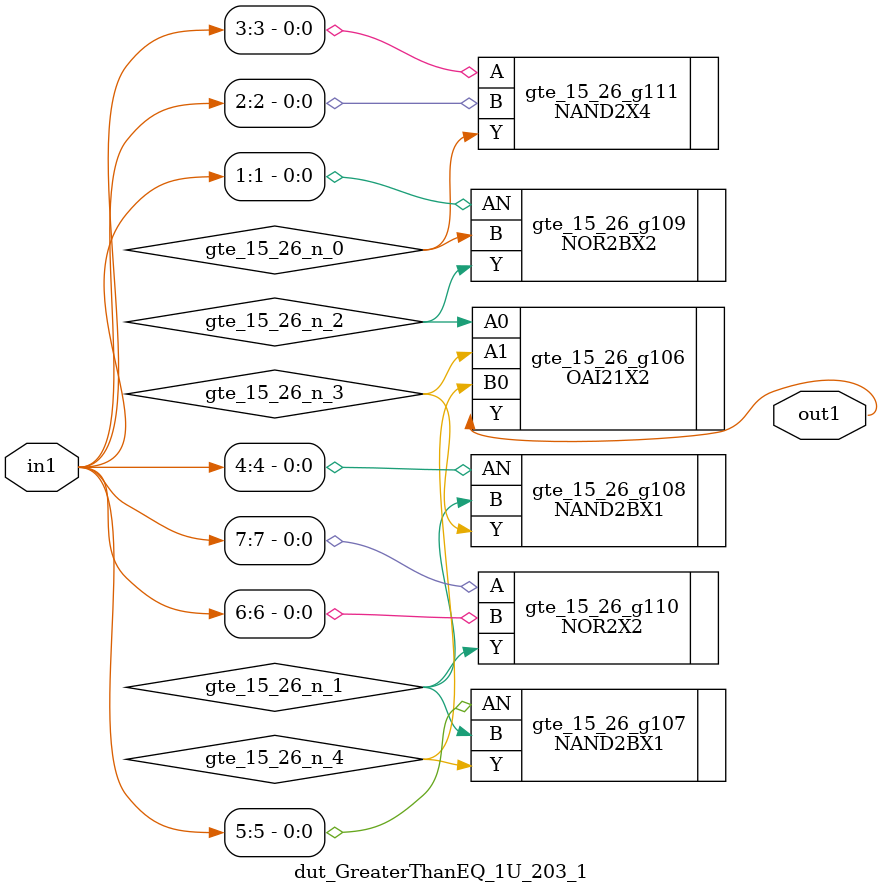
<source format=v>
`timescale 1ps / 1ps


module dut_GreaterThanEQ_1U_203_1(in1, out1);
  input [7:0] in1;
  output out1;
  wire [7:0] in1;
  wire out1;
  wire gte_15_26_n_0, gte_15_26_n_1, gte_15_26_n_2, gte_15_26_n_3,
       gte_15_26_n_4;
  OAI21X2 gte_15_26_g106(.A0 (gte_15_26_n_2), .A1 (gte_15_26_n_3), .B0
       (gte_15_26_n_4), .Y (out1));
  NAND2BX1 gte_15_26_g107(.AN (in1[5]), .B (gte_15_26_n_1), .Y
       (gte_15_26_n_4));
  NAND2BX1 gte_15_26_g108(.AN (in1[4]), .B (gte_15_26_n_1), .Y
       (gte_15_26_n_3));
  NOR2BX2 gte_15_26_g109(.AN (in1[1]), .B (gte_15_26_n_0), .Y
       (gte_15_26_n_2));
  NOR2X2 gte_15_26_g110(.A (in1[7]), .B (in1[6]), .Y (gte_15_26_n_1));
  NAND2X4 gte_15_26_g111(.A (in1[3]), .B (in1[2]), .Y (gte_15_26_n_0));
endmodule



</source>
